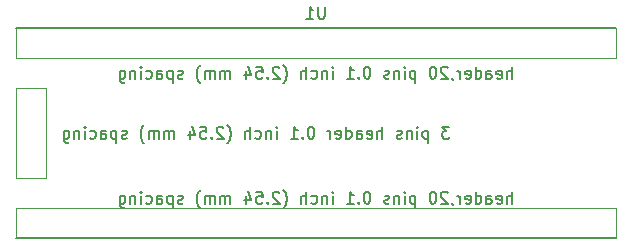
<source format=gbr>
%TF.GenerationSoftware,KiCad,Pcbnew,5.1.6-c6e7f7d~87~ubuntu20.04.1*%
%TF.CreationDate,2020-07-27T11:14:59+02:00*%
%TF.ProjectId,Keyboard-ISO,4b657962-6f61-4726-942d-49534f2e6b69,rev?*%
%TF.SameCoordinates,Original*%
%TF.FileFunction,Legend,Bot*%
%TF.FilePolarity,Positive*%
%FSLAX46Y46*%
G04 Gerber Fmt 4.6, Leading zero omitted, Abs format (unit mm)*
G04 Created by KiCad (PCBNEW 5.1.6-c6e7f7d~87~ubuntu20.04.1) date 2020-07-27 11:14:59*
%MOMM*%
%LPD*%
G01*
G04 APERTURE LIST*
%ADD10C,0.120000*%
%ADD11C,0.150000*%
G04 APERTURE END LIST*
D10*
%TO.C,U1*%
X351100000Y-164810000D02*
X351100000Y-157190000D01*
X353640000Y-157190000D02*
X351100000Y-157190000D01*
X353640000Y-164810000D02*
X353640000Y-157190000D01*
X351100000Y-164810000D02*
X353640000Y-164810000D01*
X351100000Y-169890000D02*
X351100000Y-167350000D01*
X401900000Y-167350000D02*
X351100000Y-167350000D01*
X401900000Y-169890000D02*
X401900000Y-167350000D01*
X401900000Y-154650000D02*
X401900000Y-152110000D01*
X351100000Y-154650000D02*
X401900000Y-154650000D01*
X351100000Y-152110000D02*
X351100000Y-154650000D01*
D11*
X401900000Y-152110000D02*
X351100000Y-152110000D01*
X351100000Y-169890000D02*
X401900000Y-169890000D01*
X377261904Y-150292380D02*
X377261904Y-151101904D01*
X377214285Y-151197142D01*
X377166666Y-151244761D01*
X377071428Y-151292380D01*
X376880952Y-151292380D01*
X376785714Y-151244761D01*
X376738095Y-151197142D01*
X376690476Y-151101904D01*
X376690476Y-150292380D01*
X375690476Y-151292380D02*
X376261904Y-151292380D01*
X375976190Y-151292380D02*
X375976190Y-150292380D01*
X376071428Y-150435238D01*
X376166666Y-150530476D01*
X376261904Y-150578095D01*
X393119047Y-156372380D02*
X393119047Y-155372380D01*
X392690476Y-156372380D02*
X392690476Y-155848571D01*
X392738095Y-155753333D01*
X392833333Y-155705714D01*
X392976190Y-155705714D01*
X393071428Y-155753333D01*
X393119047Y-155800952D01*
X391833333Y-156324761D02*
X391928571Y-156372380D01*
X392119047Y-156372380D01*
X392214285Y-156324761D01*
X392261904Y-156229523D01*
X392261904Y-155848571D01*
X392214285Y-155753333D01*
X392119047Y-155705714D01*
X391928571Y-155705714D01*
X391833333Y-155753333D01*
X391785714Y-155848571D01*
X391785714Y-155943809D01*
X392261904Y-156039047D01*
X390928571Y-156372380D02*
X390928571Y-155848571D01*
X390976190Y-155753333D01*
X391071428Y-155705714D01*
X391261904Y-155705714D01*
X391357142Y-155753333D01*
X390928571Y-156324761D02*
X391023809Y-156372380D01*
X391261904Y-156372380D01*
X391357142Y-156324761D01*
X391404761Y-156229523D01*
X391404761Y-156134285D01*
X391357142Y-156039047D01*
X391261904Y-155991428D01*
X391023809Y-155991428D01*
X390928571Y-155943809D01*
X390023809Y-156372380D02*
X390023809Y-155372380D01*
X390023809Y-156324761D02*
X390119047Y-156372380D01*
X390309523Y-156372380D01*
X390404761Y-156324761D01*
X390452380Y-156277142D01*
X390500000Y-156181904D01*
X390500000Y-155896190D01*
X390452380Y-155800952D01*
X390404761Y-155753333D01*
X390309523Y-155705714D01*
X390119047Y-155705714D01*
X390023809Y-155753333D01*
X389166666Y-156324761D02*
X389261904Y-156372380D01*
X389452380Y-156372380D01*
X389547619Y-156324761D01*
X389595238Y-156229523D01*
X389595238Y-155848571D01*
X389547619Y-155753333D01*
X389452380Y-155705714D01*
X389261904Y-155705714D01*
X389166666Y-155753333D01*
X389119047Y-155848571D01*
X389119047Y-155943809D01*
X389595238Y-156039047D01*
X388690476Y-156372380D02*
X388690476Y-155705714D01*
X388690476Y-155896190D02*
X388642857Y-155800952D01*
X388595238Y-155753333D01*
X388500000Y-155705714D01*
X388404761Y-155705714D01*
X388023809Y-156324761D02*
X388023809Y-156372380D01*
X388071428Y-156467619D01*
X388119047Y-156515238D01*
X387642857Y-155467619D02*
X387595238Y-155420000D01*
X387500000Y-155372380D01*
X387261904Y-155372380D01*
X387166666Y-155420000D01*
X387119047Y-155467619D01*
X387071428Y-155562857D01*
X387071428Y-155658095D01*
X387119047Y-155800952D01*
X387690476Y-156372380D01*
X387071428Y-156372380D01*
X386452380Y-155372380D02*
X386357142Y-155372380D01*
X386261904Y-155420000D01*
X386214285Y-155467619D01*
X386166666Y-155562857D01*
X386119047Y-155753333D01*
X386119047Y-155991428D01*
X386166666Y-156181904D01*
X386214285Y-156277142D01*
X386261904Y-156324761D01*
X386357142Y-156372380D01*
X386452380Y-156372380D01*
X386547619Y-156324761D01*
X386595238Y-156277142D01*
X386642857Y-156181904D01*
X386690476Y-155991428D01*
X386690476Y-155753333D01*
X386642857Y-155562857D01*
X386595238Y-155467619D01*
X386547619Y-155420000D01*
X386452380Y-155372380D01*
X384928571Y-155705714D02*
X384928571Y-156705714D01*
X384928571Y-155753333D02*
X384833333Y-155705714D01*
X384642857Y-155705714D01*
X384547619Y-155753333D01*
X384500000Y-155800952D01*
X384452380Y-155896190D01*
X384452380Y-156181904D01*
X384500000Y-156277142D01*
X384547619Y-156324761D01*
X384642857Y-156372380D01*
X384833333Y-156372380D01*
X384928571Y-156324761D01*
X384023809Y-156372380D02*
X384023809Y-155705714D01*
X384023809Y-155372380D02*
X384071428Y-155420000D01*
X384023809Y-155467619D01*
X383976190Y-155420000D01*
X384023809Y-155372380D01*
X384023809Y-155467619D01*
X383547619Y-155705714D02*
X383547619Y-156372380D01*
X383547619Y-155800952D02*
X383500000Y-155753333D01*
X383404761Y-155705714D01*
X383261904Y-155705714D01*
X383166666Y-155753333D01*
X383119047Y-155848571D01*
X383119047Y-156372380D01*
X382690476Y-156324761D02*
X382595238Y-156372380D01*
X382404761Y-156372380D01*
X382309523Y-156324761D01*
X382261904Y-156229523D01*
X382261904Y-156181904D01*
X382309523Y-156086666D01*
X382404761Y-156039047D01*
X382547619Y-156039047D01*
X382642857Y-155991428D01*
X382690476Y-155896190D01*
X382690476Y-155848571D01*
X382642857Y-155753333D01*
X382547619Y-155705714D01*
X382404761Y-155705714D01*
X382309523Y-155753333D01*
X380880952Y-155372380D02*
X380785714Y-155372380D01*
X380690476Y-155420000D01*
X380642857Y-155467619D01*
X380595238Y-155562857D01*
X380547619Y-155753333D01*
X380547619Y-155991428D01*
X380595238Y-156181904D01*
X380642857Y-156277142D01*
X380690476Y-156324761D01*
X380785714Y-156372380D01*
X380880952Y-156372380D01*
X380976190Y-156324761D01*
X381023809Y-156277142D01*
X381071428Y-156181904D01*
X381119047Y-155991428D01*
X381119047Y-155753333D01*
X381071428Y-155562857D01*
X381023809Y-155467619D01*
X380976190Y-155420000D01*
X380880952Y-155372380D01*
X380119047Y-156277142D02*
X380071428Y-156324761D01*
X380119047Y-156372380D01*
X380166666Y-156324761D01*
X380119047Y-156277142D01*
X380119047Y-156372380D01*
X379119047Y-156372380D02*
X379690476Y-156372380D01*
X379404761Y-156372380D02*
X379404761Y-155372380D01*
X379500000Y-155515238D01*
X379595238Y-155610476D01*
X379690476Y-155658095D01*
X377928571Y-156372380D02*
X377928571Y-155705714D01*
X377928571Y-155372380D02*
X377976190Y-155420000D01*
X377928571Y-155467619D01*
X377880952Y-155420000D01*
X377928571Y-155372380D01*
X377928571Y-155467619D01*
X377452380Y-155705714D02*
X377452380Y-156372380D01*
X377452380Y-155800952D02*
X377404761Y-155753333D01*
X377309523Y-155705714D01*
X377166666Y-155705714D01*
X377071428Y-155753333D01*
X377023809Y-155848571D01*
X377023809Y-156372380D01*
X376119047Y-156324761D02*
X376214285Y-156372380D01*
X376404761Y-156372380D01*
X376500000Y-156324761D01*
X376547619Y-156277142D01*
X376595238Y-156181904D01*
X376595238Y-155896190D01*
X376547619Y-155800952D01*
X376500000Y-155753333D01*
X376404761Y-155705714D01*
X376214285Y-155705714D01*
X376119047Y-155753333D01*
X375690476Y-156372380D02*
X375690476Y-155372380D01*
X375261904Y-156372380D02*
X375261904Y-155848571D01*
X375309523Y-155753333D01*
X375404761Y-155705714D01*
X375547619Y-155705714D01*
X375642857Y-155753333D01*
X375690476Y-155800952D01*
X373738095Y-156753333D02*
X373785714Y-156705714D01*
X373880952Y-156562857D01*
X373928571Y-156467619D01*
X373976190Y-156324761D01*
X374023809Y-156086666D01*
X374023809Y-155896190D01*
X373976190Y-155658095D01*
X373928571Y-155515238D01*
X373880952Y-155420000D01*
X373785714Y-155277142D01*
X373738095Y-155229523D01*
X373404761Y-155467619D02*
X373357142Y-155420000D01*
X373261904Y-155372380D01*
X373023809Y-155372380D01*
X372928571Y-155420000D01*
X372880952Y-155467619D01*
X372833333Y-155562857D01*
X372833333Y-155658095D01*
X372880952Y-155800952D01*
X373452380Y-156372380D01*
X372833333Y-156372380D01*
X372404761Y-156277142D02*
X372357142Y-156324761D01*
X372404761Y-156372380D01*
X372452380Y-156324761D01*
X372404761Y-156277142D01*
X372404761Y-156372380D01*
X371452380Y-155372380D02*
X371928571Y-155372380D01*
X371976190Y-155848571D01*
X371928571Y-155800952D01*
X371833333Y-155753333D01*
X371595238Y-155753333D01*
X371500000Y-155800952D01*
X371452380Y-155848571D01*
X371404761Y-155943809D01*
X371404761Y-156181904D01*
X371452380Y-156277142D01*
X371500000Y-156324761D01*
X371595238Y-156372380D01*
X371833333Y-156372380D01*
X371928571Y-156324761D01*
X371976190Y-156277142D01*
X370547619Y-155705714D02*
X370547619Y-156372380D01*
X370785714Y-155324761D02*
X371023809Y-156039047D01*
X370404761Y-156039047D01*
X369261904Y-156372380D02*
X369261904Y-155705714D01*
X369261904Y-155800952D02*
X369214285Y-155753333D01*
X369119047Y-155705714D01*
X368976190Y-155705714D01*
X368880952Y-155753333D01*
X368833333Y-155848571D01*
X368833333Y-156372380D01*
X368833333Y-155848571D02*
X368785714Y-155753333D01*
X368690476Y-155705714D01*
X368547619Y-155705714D01*
X368452380Y-155753333D01*
X368404761Y-155848571D01*
X368404761Y-156372380D01*
X367928571Y-156372380D02*
X367928571Y-155705714D01*
X367928571Y-155800952D02*
X367880952Y-155753333D01*
X367785714Y-155705714D01*
X367642857Y-155705714D01*
X367547619Y-155753333D01*
X367500000Y-155848571D01*
X367500000Y-156372380D01*
X367500000Y-155848571D02*
X367452380Y-155753333D01*
X367357142Y-155705714D01*
X367214285Y-155705714D01*
X367119047Y-155753333D01*
X367071428Y-155848571D01*
X367071428Y-156372380D01*
X366690476Y-156753333D02*
X366642857Y-156705714D01*
X366547619Y-156562857D01*
X366500000Y-156467619D01*
X366452380Y-156324761D01*
X366404761Y-156086666D01*
X366404761Y-155896190D01*
X366452380Y-155658095D01*
X366500000Y-155515238D01*
X366547619Y-155420000D01*
X366642857Y-155277142D01*
X366690476Y-155229523D01*
X365214285Y-156324761D02*
X365119047Y-156372380D01*
X364928571Y-156372380D01*
X364833333Y-156324761D01*
X364785714Y-156229523D01*
X364785714Y-156181904D01*
X364833333Y-156086666D01*
X364928571Y-156039047D01*
X365071428Y-156039047D01*
X365166666Y-155991428D01*
X365214285Y-155896190D01*
X365214285Y-155848571D01*
X365166666Y-155753333D01*
X365071428Y-155705714D01*
X364928571Y-155705714D01*
X364833333Y-155753333D01*
X364357142Y-155705714D02*
X364357142Y-156705714D01*
X364357142Y-155753333D02*
X364261904Y-155705714D01*
X364071428Y-155705714D01*
X363976190Y-155753333D01*
X363928571Y-155800952D01*
X363880952Y-155896190D01*
X363880952Y-156181904D01*
X363928571Y-156277142D01*
X363976190Y-156324761D01*
X364071428Y-156372380D01*
X364261904Y-156372380D01*
X364357142Y-156324761D01*
X363023809Y-156372380D02*
X363023809Y-155848571D01*
X363071428Y-155753333D01*
X363166666Y-155705714D01*
X363357142Y-155705714D01*
X363452380Y-155753333D01*
X363023809Y-156324761D02*
X363119047Y-156372380D01*
X363357142Y-156372380D01*
X363452380Y-156324761D01*
X363500000Y-156229523D01*
X363500000Y-156134285D01*
X363452380Y-156039047D01*
X363357142Y-155991428D01*
X363119047Y-155991428D01*
X363023809Y-155943809D01*
X362119047Y-156324761D02*
X362214285Y-156372380D01*
X362404761Y-156372380D01*
X362500000Y-156324761D01*
X362547619Y-156277142D01*
X362595238Y-156181904D01*
X362595238Y-155896190D01*
X362547619Y-155800952D01*
X362500000Y-155753333D01*
X362404761Y-155705714D01*
X362214285Y-155705714D01*
X362119047Y-155753333D01*
X361690476Y-156372380D02*
X361690476Y-155705714D01*
X361690476Y-155372380D02*
X361738095Y-155420000D01*
X361690476Y-155467619D01*
X361642857Y-155420000D01*
X361690476Y-155372380D01*
X361690476Y-155467619D01*
X361214285Y-155705714D02*
X361214285Y-156372380D01*
X361214285Y-155800952D02*
X361166666Y-155753333D01*
X361071428Y-155705714D01*
X360928571Y-155705714D01*
X360833333Y-155753333D01*
X360785714Y-155848571D01*
X360785714Y-156372380D01*
X359880952Y-155705714D02*
X359880952Y-156515238D01*
X359928571Y-156610476D01*
X359976190Y-156658095D01*
X360071428Y-156705714D01*
X360214285Y-156705714D01*
X360309523Y-156658095D01*
X359880952Y-156324761D02*
X359976190Y-156372380D01*
X360166666Y-156372380D01*
X360261904Y-156324761D01*
X360309523Y-156277142D01*
X360357142Y-156181904D01*
X360357142Y-155896190D01*
X360309523Y-155800952D01*
X360261904Y-155753333D01*
X360166666Y-155705714D01*
X359976190Y-155705714D01*
X359880952Y-155753333D01*
X387800952Y-160452380D02*
X387181904Y-160452380D01*
X387515238Y-160833333D01*
X387372380Y-160833333D01*
X387277142Y-160880952D01*
X387229523Y-160928571D01*
X387181904Y-161023809D01*
X387181904Y-161261904D01*
X387229523Y-161357142D01*
X387277142Y-161404761D01*
X387372380Y-161452380D01*
X387658095Y-161452380D01*
X387753333Y-161404761D01*
X387800952Y-161357142D01*
X385991428Y-160785714D02*
X385991428Y-161785714D01*
X385991428Y-160833333D02*
X385896190Y-160785714D01*
X385705714Y-160785714D01*
X385610476Y-160833333D01*
X385562857Y-160880952D01*
X385515238Y-160976190D01*
X385515238Y-161261904D01*
X385562857Y-161357142D01*
X385610476Y-161404761D01*
X385705714Y-161452380D01*
X385896190Y-161452380D01*
X385991428Y-161404761D01*
X385086666Y-161452380D02*
X385086666Y-160785714D01*
X385086666Y-160452380D02*
X385134285Y-160500000D01*
X385086666Y-160547619D01*
X385039047Y-160500000D01*
X385086666Y-160452380D01*
X385086666Y-160547619D01*
X384610476Y-160785714D02*
X384610476Y-161452380D01*
X384610476Y-160880952D02*
X384562857Y-160833333D01*
X384467619Y-160785714D01*
X384324761Y-160785714D01*
X384229523Y-160833333D01*
X384181904Y-160928571D01*
X384181904Y-161452380D01*
X383753333Y-161404761D02*
X383658095Y-161452380D01*
X383467619Y-161452380D01*
X383372380Y-161404761D01*
X383324761Y-161309523D01*
X383324761Y-161261904D01*
X383372380Y-161166666D01*
X383467619Y-161119047D01*
X383610476Y-161119047D01*
X383705714Y-161071428D01*
X383753333Y-160976190D01*
X383753333Y-160928571D01*
X383705714Y-160833333D01*
X383610476Y-160785714D01*
X383467619Y-160785714D01*
X383372380Y-160833333D01*
X382134285Y-161452380D02*
X382134285Y-160452380D01*
X381705714Y-161452380D02*
X381705714Y-160928571D01*
X381753333Y-160833333D01*
X381848571Y-160785714D01*
X381991428Y-160785714D01*
X382086666Y-160833333D01*
X382134285Y-160880952D01*
X380848571Y-161404761D02*
X380943809Y-161452380D01*
X381134285Y-161452380D01*
X381229523Y-161404761D01*
X381277142Y-161309523D01*
X381277142Y-160928571D01*
X381229523Y-160833333D01*
X381134285Y-160785714D01*
X380943809Y-160785714D01*
X380848571Y-160833333D01*
X380800952Y-160928571D01*
X380800952Y-161023809D01*
X381277142Y-161119047D01*
X379943809Y-161452380D02*
X379943809Y-160928571D01*
X379991428Y-160833333D01*
X380086666Y-160785714D01*
X380277142Y-160785714D01*
X380372380Y-160833333D01*
X379943809Y-161404761D02*
X380039047Y-161452380D01*
X380277142Y-161452380D01*
X380372380Y-161404761D01*
X380420000Y-161309523D01*
X380420000Y-161214285D01*
X380372380Y-161119047D01*
X380277142Y-161071428D01*
X380039047Y-161071428D01*
X379943809Y-161023809D01*
X379039047Y-161452380D02*
X379039047Y-160452380D01*
X379039047Y-161404761D02*
X379134285Y-161452380D01*
X379324761Y-161452380D01*
X379420000Y-161404761D01*
X379467619Y-161357142D01*
X379515238Y-161261904D01*
X379515238Y-160976190D01*
X379467619Y-160880952D01*
X379420000Y-160833333D01*
X379324761Y-160785714D01*
X379134285Y-160785714D01*
X379039047Y-160833333D01*
X378181904Y-161404761D02*
X378277142Y-161452380D01*
X378467619Y-161452380D01*
X378562857Y-161404761D01*
X378610476Y-161309523D01*
X378610476Y-160928571D01*
X378562857Y-160833333D01*
X378467619Y-160785714D01*
X378277142Y-160785714D01*
X378181904Y-160833333D01*
X378134285Y-160928571D01*
X378134285Y-161023809D01*
X378610476Y-161119047D01*
X377705714Y-161452380D02*
X377705714Y-160785714D01*
X377705714Y-160976190D02*
X377658095Y-160880952D01*
X377610476Y-160833333D01*
X377515238Y-160785714D01*
X377420000Y-160785714D01*
X376134285Y-160452380D02*
X376039047Y-160452380D01*
X375943809Y-160500000D01*
X375896190Y-160547619D01*
X375848571Y-160642857D01*
X375800952Y-160833333D01*
X375800952Y-161071428D01*
X375848571Y-161261904D01*
X375896190Y-161357142D01*
X375943809Y-161404761D01*
X376039047Y-161452380D01*
X376134285Y-161452380D01*
X376229523Y-161404761D01*
X376277142Y-161357142D01*
X376324761Y-161261904D01*
X376372380Y-161071428D01*
X376372380Y-160833333D01*
X376324761Y-160642857D01*
X376277142Y-160547619D01*
X376229523Y-160500000D01*
X376134285Y-160452380D01*
X375372380Y-161357142D02*
X375324761Y-161404761D01*
X375372380Y-161452380D01*
X375420000Y-161404761D01*
X375372380Y-161357142D01*
X375372380Y-161452380D01*
X374372380Y-161452380D02*
X374943809Y-161452380D01*
X374658095Y-161452380D02*
X374658095Y-160452380D01*
X374753333Y-160595238D01*
X374848571Y-160690476D01*
X374943809Y-160738095D01*
X373181904Y-161452380D02*
X373181904Y-160785714D01*
X373181904Y-160452380D02*
X373229523Y-160500000D01*
X373181904Y-160547619D01*
X373134285Y-160500000D01*
X373181904Y-160452380D01*
X373181904Y-160547619D01*
X372705714Y-160785714D02*
X372705714Y-161452380D01*
X372705714Y-160880952D02*
X372658095Y-160833333D01*
X372562857Y-160785714D01*
X372420000Y-160785714D01*
X372324761Y-160833333D01*
X372277142Y-160928571D01*
X372277142Y-161452380D01*
X371372380Y-161404761D02*
X371467619Y-161452380D01*
X371658095Y-161452380D01*
X371753333Y-161404761D01*
X371800952Y-161357142D01*
X371848571Y-161261904D01*
X371848571Y-160976190D01*
X371800952Y-160880952D01*
X371753333Y-160833333D01*
X371658095Y-160785714D01*
X371467619Y-160785714D01*
X371372380Y-160833333D01*
X370943809Y-161452380D02*
X370943809Y-160452380D01*
X370515238Y-161452380D02*
X370515238Y-160928571D01*
X370562857Y-160833333D01*
X370658095Y-160785714D01*
X370800952Y-160785714D01*
X370896190Y-160833333D01*
X370943809Y-160880952D01*
X368991428Y-161833333D02*
X369039047Y-161785714D01*
X369134285Y-161642857D01*
X369181904Y-161547619D01*
X369229523Y-161404761D01*
X369277142Y-161166666D01*
X369277142Y-160976190D01*
X369229523Y-160738095D01*
X369181904Y-160595238D01*
X369134285Y-160500000D01*
X369039047Y-160357142D01*
X368991428Y-160309523D01*
X368658095Y-160547619D02*
X368610476Y-160500000D01*
X368515238Y-160452380D01*
X368277142Y-160452380D01*
X368181904Y-160500000D01*
X368134285Y-160547619D01*
X368086666Y-160642857D01*
X368086666Y-160738095D01*
X368134285Y-160880952D01*
X368705714Y-161452380D01*
X368086666Y-161452380D01*
X367658095Y-161357142D02*
X367610476Y-161404761D01*
X367658095Y-161452380D01*
X367705714Y-161404761D01*
X367658095Y-161357142D01*
X367658095Y-161452380D01*
X366705714Y-160452380D02*
X367181904Y-160452380D01*
X367229523Y-160928571D01*
X367181904Y-160880952D01*
X367086666Y-160833333D01*
X366848571Y-160833333D01*
X366753333Y-160880952D01*
X366705714Y-160928571D01*
X366658095Y-161023809D01*
X366658095Y-161261904D01*
X366705714Y-161357142D01*
X366753333Y-161404761D01*
X366848571Y-161452380D01*
X367086666Y-161452380D01*
X367181904Y-161404761D01*
X367229523Y-161357142D01*
X365800952Y-160785714D02*
X365800952Y-161452380D01*
X366039047Y-160404761D02*
X366277142Y-161119047D01*
X365658095Y-161119047D01*
X364515238Y-161452380D02*
X364515238Y-160785714D01*
X364515238Y-160880952D02*
X364467619Y-160833333D01*
X364372380Y-160785714D01*
X364229523Y-160785714D01*
X364134285Y-160833333D01*
X364086666Y-160928571D01*
X364086666Y-161452380D01*
X364086666Y-160928571D02*
X364039047Y-160833333D01*
X363943809Y-160785714D01*
X363800952Y-160785714D01*
X363705714Y-160833333D01*
X363658095Y-160928571D01*
X363658095Y-161452380D01*
X363181904Y-161452380D02*
X363181904Y-160785714D01*
X363181904Y-160880952D02*
X363134285Y-160833333D01*
X363039047Y-160785714D01*
X362896190Y-160785714D01*
X362800952Y-160833333D01*
X362753333Y-160928571D01*
X362753333Y-161452380D01*
X362753333Y-160928571D02*
X362705714Y-160833333D01*
X362610476Y-160785714D01*
X362467619Y-160785714D01*
X362372380Y-160833333D01*
X362324761Y-160928571D01*
X362324761Y-161452380D01*
X361943809Y-161833333D02*
X361896190Y-161785714D01*
X361800952Y-161642857D01*
X361753333Y-161547619D01*
X361705714Y-161404761D01*
X361658095Y-161166666D01*
X361658095Y-160976190D01*
X361705714Y-160738095D01*
X361753333Y-160595238D01*
X361800952Y-160500000D01*
X361896190Y-160357142D01*
X361943809Y-160309523D01*
X360467619Y-161404761D02*
X360372380Y-161452380D01*
X360181904Y-161452380D01*
X360086666Y-161404761D01*
X360039047Y-161309523D01*
X360039047Y-161261904D01*
X360086666Y-161166666D01*
X360181904Y-161119047D01*
X360324761Y-161119047D01*
X360420000Y-161071428D01*
X360467619Y-160976190D01*
X360467619Y-160928571D01*
X360420000Y-160833333D01*
X360324761Y-160785714D01*
X360181904Y-160785714D01*
X360086666Y-160833333D01*
X359610476Y-160785714D02*
X359610476Y-161785714D01*
X359610476Y-160833333D02*
X359515238Y-160785714D01*
X359324761Y-160785714D01*
X359229523Y-160833333D01*
X359181904Y-160880952D01*
X359134285Y-160976190D01*
X359134285Y-161261904D01*
X359181904Y-161357142D01*
X359229523Y-161404761D01*
X359324761Y-161452380D01*
X359515238Y-161452380D01*
X359610476Y-161404761D01*
X358277142Y-161452380D02*
X358277142Y-160928571D01*
X358324761Y-160833333D01*
X358420000Y-160785714D01*
X358610476Y-160785714D01*
X358705714Y-160833333D01*
X358277142Y-161404761D02*
X358372380Y-161452380D01*
X358610476Y-161452380D01*
X358705714Y-161404761D01*
X358753333Y-161309523D01*
X358753333Y-161214285D01*
X358705714Y-161119047D01*
X358610476Y-161071428D01*
X358372380Y-161071428D01*
X358277142Y-161023809D01*
X357372380Y-161404761D02*
X357467619Y-161452380D01*
X357658095Y-161452380D01*
X357753333Y-161404761D01*
X357800952Y-161357142D01*
X357848571Y-161261904D01*
X357848571Y-160976190D01*
X357800952Y-160880952D01*
X357753333Y-160833333D01*
X357658095Y-160785714D01*
X357467619Y-160785714D01*
X357372380Y-160833333D01*
X356943809Y-161452380D02*
X356943809Y-160785714D01*
X356943809Y-160452380D02*
X356991428Y-160500000D01*
X356943809Y-160547619D01*
X356896190Y-160500000D01*
X356943809Y-160452380D01*
X356943809Y-160547619D01*
X356467619Y-160785714D02*
X356467619Y-161452380D01*
X356467619Y-160880952D02*
X356420000Y-160833333D01*
X356324761Y-160785714D01*
X356181904Y-160785714D01*
X356086666Y-160833333D01*
X356039047Y-160928571D01*
X356039047Y-161452380D01*
X355134285Y-160785714D02*
X355134285Y-161595238D01*
X355181904Y-161690476D01*
X355229523Y-161738095D01*
X355324761Y-161785714D01*
X355467619Y-161785714D01*
X355562857Y-161738095D01*
X355134285Y-161404761D02*
X355229523Y-161452380D01*
X355420000Y-161452380D01*
X355515238Y-161404761D01*
X355562857Y-161357142D01*
X355610476Y-161261904D01*
X355610476Y-160976190D01*
X355562857Y-160880952D01*
X355515238Y-160833333D01*
X355420000Y-160785714D01*
X355229523Y-160785714D01*
X355134285Y-160833333D01*
X393119047Y-166952380D02*
X393119047Y-165952380D01*
X392690476Y-166952380D02*
X392690476Y-166428571D01*
X392738095Y-166333333D01*
X392833333Y-166285714D01*
X392976190Y-166285714D01*
X393071428Y-166333333D01*
X393119047Y-166380952D01*
X391833333Y-166904761D02*
X391928571Y-166952380D01*
X392119047Y-166952380D01*
X392214285Y-166904761D01*
X392261904Y-166809523D01*
X392261904Y-166428571D01*
X392214285Y-166333333D01*
X392119047Y-166285714D01*
X391928571Y-166285714D01*
X391833333Y-166333333D01*
X391785714Y-166428571D01*
X391785714Y-166523809D01*
X392261904Y-166619047D01*
X390928571Y-166952380D02*
X390928571Y-166428571D01*
X390976190Y-166333333D01*
X391071428Y-166285714D01*
X391261904Y-166285714D01*
X391357142Y-166333333D01*
X390928571Y-166904761D02*
X391023809Y-166952380D01*
X391261904Y-166952380D01*
X391357142Y-166904761D01*
X391404761Y-166809523D01*
X391404761Y-166714285D01*
X391357142Y-166619047D01*
X391261904Y-166571428D01*
X391023809Y-166571428D01*
X390928571Y-166523809D01*
X390023809Y-166952380D02*
X390023809Y-165952380D01*
X390023809Y-166904761D02*
X390119047Y-166952380D01*
X390309523Y-166952380D01*
X390404761Y-166904761D01*
X390452380Y-166857142D01*
X390500000Y-166761904D01*
X390500000Y-166476190D01*
X390452380Y-166380952D01*
X390404761Y-166333333D01*
X390309523Y-166285714D01*
X390119047Y-166285714D01*
X390023809Y-166333333D01*
X389166666Y-166904761D02*
X389261904Y-166952380D01*
X389452380Y-166952380D01*
X389547619Y-166904761D01*
X389595238Y-166809523D01*
X389595238Y-166428571D01*
X389547619Y-166333333D01*
X389452380Y-166285714D01*
X389261904Y-166285714D01*
X389166666Y-166333333D01*
X389119047Y-166428571D01*
X389119047Y-166523809D01*
X389595238Y-166619047D01*
X388690476Y-166952380D02*
X388690476Y-166285714D01*
X388690476Y-166476190D02*
X388642857Y-166380952D01*
X388595238Y-166333333D01*
X388500000Y-166285714D01*
X388404761Y-166285714D01*
X388023809Y-166904761D02*
X388023809Y-166952380D01*
X388071428Y-167047619D01*
X388119047Y-167095238D01*
X387642857Y-166047619D02*
X387595238Y-166000000D01*
X387500000Y-165952380D01*
X387261904Y-165952380D01*
X387166666Y-166000000D01*
X387119047Y-166047619D01*
X387071428Y-166142857D01*
X387071428Y-166238095D01*
X387119047Y-166380952D01*
X387690476Y-166952380D01*
X387071428Y-166952380D01*
X386452380Y-165952380D02*
X386357142Y-165952380D01*
X386261904Y-166000000D01*
X386214285Y-166047619D01*
X386166666Y-166142857D01*
X386119047Y-166333333D01*
X386119047Y-166571428D01*
X386166666Y-166761904D01*
X386214285Y-166857142D01*
X386261904Y-166904761D01*
X386357142Y-166952380D01*
X386452380Y-166952380D01*
X386547619Y-166904761D01*
X386595238Y-166857142D01*
X386642857Y-166761904D01*
X386690476Y-166571428D01*
X386690476Y-166333333D01*
X386642857Y-166142857D01*
X386595238Y-166047619D01*
X386547619Y-166000000D01*
X386452380Y-165952380D01*
X384928571Y-166285714D02*
X384928571Y-167285714D01*
X384928571Y-166333333D02*
X384833333Y-166285714D01*
X384642857Y-166285714D01*
X384547619Y-166333333D01*
X384500000Y-166380952D01*
X384452380Y-166476190D01*
X384452380Y-166761904D01*
X384500000Y-166857142D01*
X384547619Y-166904761D01*
X384642857Y-166952380D01*
X384833333Y-166952380D01*
X384928571Y-166904761D01*
X384023809Y-166952380D02*
X384023809Y-166285714D01*
X384023809Y-165952380D02*
X384071428Y-166000000D01*
X384023809Y-166047619D01*
X383976190Y-166000000D01*
X384023809Y-165952380D01*
X384023809Y-166047619D01*
X383547619Y-166285714D02*
X383547619Y-166952380D01*
X383547619Y-166380952D02*
X383500000Y-166333333D01*
X383404761Y-166285714D01*
X383261904Y-166285714D01*
X383166666Y-166333333D01*
X383119047Y-166428571D01*
X383119047Y-166952380D01*
X382690476Y-166904761D02*
X382595238Y-166952380D01*
X382404761Y-166952380D01*
X382309523Y-166904761D01*
X382261904Y-166809523D01*
X382261904Y-166761904D01*
X382309523Y-166666666D01*
X382404761Y-166619047D01*
X382547619Y-166619047D01*
X382642857Y-166571428D01*
X382690476Y-166476190D01*
X382690476Y-166428571D01*
X382642857Y-166333333D01*
X382547619Y-166285714D01*
X382404761Y-166285714D01*
X382309523Y-166333333D01*
X380880952Y-165952380D02*
X380785714Y-165952380D01*
X380690476Y-166000000D01*
X380642857Y-166047619D01*
X380595238Y-166142857D01*
X380547619Y-166333333D01*
X380547619Y-166571428D01*
X380595238Y-166761904D01*
X380642857Y-166857142D01*
X380690476Y-166904761D01*
X380785714Y-166952380D01*
X380880952Y-166952380D01*
X380976190Y-166904761D01*
X381023809Y-166857142D01*
X381071428Y-166761904D01*
X381119047Y-166571428D01*
X381119047Y-166333333D01*
X381071428Y-166142857D01*
X381023809Y-166047619D01*
X380976190Y-166000000D01*
X380880952Y-165952380D01*
X380119047Y-166857142D02*
X380071428Y-166904761D01*
X380119047Y-166952380D01*
X380166666Y-166904761D01*
X380119047Y-166857142D01*
X380119047Y-166952380D01*
X379119047Y-166952380D02*
X379690476Y-166952380D01*
X379404761Y-166952380D02*
X379404761Y-165952380D01*
X379500000Y-166095238D01*
X379595238Y-166190476D01*
X379690476Y-166238095D01*
X377928571Y-166952380D02*
X377928571Y-166285714D01*
X377928571Y-165952380D02*
X377976190Y-166000000D01*
X377928571Y-166047619D01*
X377880952Y-166000000D01*
X377928571Y-165952380D01*
X377928571Y-166047619D01*
X377452380Y-166285714D02*
X377452380Y-166952380D01*
X377452380Y-166380952D02*
X377404761Y-166333333D01*
X377309523Y-166285714D01*
X377166666Y-166285714D01*
X377071428Y-166333333D01*
X377023809Y-166428571D01*
X377023809Y-166952380D01*
X376119047Y-166904761D02*
X376214285Y-166952380D01*
X376404761Y-166952380D01*
X376500000Y-166904761D01*
X376547619Y-166857142D01*
X376595238Y-166761904D01*
X376595238Y-166476190D01*
X376547619Y-166380952D01*
X376500000Y-166333333D01*
X376404761Y-166285714D01*
X376214285Y-166285714D01*
X376119047Y-166333333D01*
X375690476Y-166952380D02*
X375690476Y-165952380D01*
X375261904Y-166952380D02*
X375261904Y-166428571D01*
X375309523Y-166333333D01*
X375404761Y-166285714D01*
X375547619Y-166285714D01*
X375642857Y-166333333D01*
X375690476Y-166380952D01*
X373738095Y-167333333D02*
X373785714Y-167285714D01*
X373880952Y-167142857D01*
X373928571Y-167047619D01*
X373976190Y-166904761D01*
X374023809Y-166666666D01*
X374023809Y-166476190D01*
X373976190Y-166238095D01*
X373928571Y-166095238D01*
X373880952Y-166000000D01*
X373785714Y-165857142D01*
X373738095Y-165809523D01*
X373404761Y-166047619D02*
X373357142Y-166000000D01*
X373261904Y-165952380D01*
X373023809Y-165952380D01*
X372928571Y-166000000D01*
X372880952Y-166047619D01*
X372833333Y-166142857D01*
X372833333Y-166238095D01*
X372880952Y-166380952D01*
X373452380Y-166952380D01*
X372833333Y-166952380D01*
X372404761Y-166857142D02*
X372357142Y-166904761D01*
X372404761Y-166952380D01*
X372452380Y-166904761D01*
X372404761Y-166857142D01*
X372404761Y-166952380D01*
X371452380Y-165952380D02*
X371928571Y-165952380D01*
X371976190Y-166428571D01*
X371928571Y-166380952D01*
X371833333Y-166333333D01*
X371595238Y-166333333D01*
X371500000Y-166380952D01*
X371452380Y-166428571D01*
X371404761Y-166523809D01*
X371404761Y-166761904D01*
X371452380Y-166857142D01*
X371500000Y-166904761D01*
X371595238Y-166952380D01*
X371833333Y-166952380D01*
X371928571Y-166904761D01*
X371976190Y-166857142D01*
X370547619Y-166285714D02*
X370547619Y-166952380D01*
X370785714Y-165904761D02*
X371023809Y-166619047D01*
X370404761Y-166619047D01*
X369261904Y-166952380D02*
X369261904Y-166285714D01*
X369261904Y-166380952D02*
X369214285Y-166333333D01*
X369119047Y-166285714D01*
X368976190Y-166285714D01*
X368880952Y-166333333D01*
X368833333Y-166428571D01*
X368833333Y-166952380D01*
X368833333Y-166428571D02*
X368785714Y-166333333D01*
X368690476Y-166285714D01*
X368547619Y-166285714D01*
X368452380Y-166333333D01*
X368404761Y-166428571D01*
X368404761Y-166952380D01*
X367928571Y-166952380D02*
X367928571Y-166285714D01*
X367928571Y-166380952D02*
X367880952Y-166333333D01*
X367785714Y-166285714D01*
X367642857Y-166285714D01*
X367547619Y-166333333D01*
X367500000Y-166428571D01*
X367500000Y-166952380D01*
X367500000Y-166428571D02*
X367452380Y-166333333D01*
X367357142Y-166285714D01*
X367214285Y-166285714D01*
X367119047Y-166333333D01*
X367071428Y-166428571D01*
X367071428Y-166952380D01*
X366690476Y-167333333D02*
X366642857Y-167285714D01*
X366547619Y-167142857D01*
X366500000Y-167047619D01*
X366452380Y-166904761D01*
X366404761Y-166666666D01*
X366404761Y-166476190D01*
X366452380Y-166238095D01*
X366500000Y-166095238D01*
X366547619Y-166000000D01*
X366642857Y-165857142D01*
X366690476Y-165809523D01*
X365214285Y-166904761D02*
X365119047Y-166952380D01*
X364928571Y-166952380D01*
X364833333Y-166904761D01*
X364785714Y-166809523D01*
X364785714Y-166761904D01*
X364833333Y-166666666D01*
X364928571Y-166619047D01*
X365071428Y-166619047D01*
X365166666Y-166571428D01*
X365214285Y-166476190D01*
X365214285Y-166428571D01*
X365166666Y-166333333D01*
X365071428Y-166285714D01*
X364928571Y-166285714D01*
X364833333Y-166333333D01*
X364357142Y-166285714D02*
X364357142Y-167285714D01*
X364357142Y-166333333D02*
X364261904Y-166285714D01*
X364071428Y-166285714D01*
X363976190Y-166333333D01*
X363928571Y-166380952D01*
X363880952Y-166476190D01*
X363880952Y-166761904D01*
X363928571Y-166857142D01*
X363976190Y-166904761D01*
X364071428Y-166952380D01*
X364261904Y-166952380D01*
X364357142Y-166904761D01*
X363023809Y-166952380D02*
X363023809Y-166428571D01*
X363071428Y-166333333D01*
X363166666Y-166285714D01*
X363357142Y-166285714D01*
X363452380Y-166333333D01*
X363023809Y-166904761D02*
X363119047Y-166952380D01*
X363357142Y-166952380D01*
X363452380Y-166904761D01*
X363500000Y-166809523D01*
X363500000Y-166714285D01*
X363452380Y-166619047D01*
X363357142Y-166571428D01*
X363119047Y-166571428D01*
X363023809Y-166523809D01*
X362119047Y-166904761D02*
X362214285Y-166952380D01*
X362404761Y-166952380D01*
X362500000Y-166904761D01*
X362547619Y-166857142D01*
X362595238Y-166761904D01*
X362595238Y-166476190D01*
X362547619Y-166380952D01*
X362500000Y-166333333D01*
X362404761Y-166285714D01*
X362214285Y-166285714D01*
X362119047Y-166333333D01*
X361690476Y-166952380D02*
X361690476Y-166285714D01*
X361690476Y-165952380D02*
X361738095Y-166000000D01*
X361690476Y-166047619D01*
X361642857Y-166000000D01*
X361690476Y-165952380D01*
X361690476Y-166047619D01*
X361214285Y-166285714D02*
X361214285Y-166952380D01*
X361214285Y-166380952D02*
X361166666Y-166333333D01*
X361071428Y-166285714D01*
X360928571Y-166285714D01*
X360833333Y-166333333D01*
X360785714Y-166428571D01*
X360785714Y-166952380D01*
X359880952Y-166285714D02*
X359880952Y-167095238D01*
X359928571Y-167190476D01*
X359976190Y-167238095D01*
X360071428Y-167285714D01*
X360214285Y-167285714D01*
X360309523Y-167238095D01*
X359880952Y-166904761D02*
X359976190Y-166952380D01*
X360166666Y-166952380D01*
X360261904Y-166904761D01*
X360309523Y-166857142D01*
X360357142Y-166761904D01*
X360357142Y-166476190D01*
X360309523Y-166380952D01*
X360261904Y-166333333D01*
X360166666Y-166285714D01*
X359976190Y-166285714D01*
X359880952Y-166333333D01*
%TD*%
M02*

</source>
